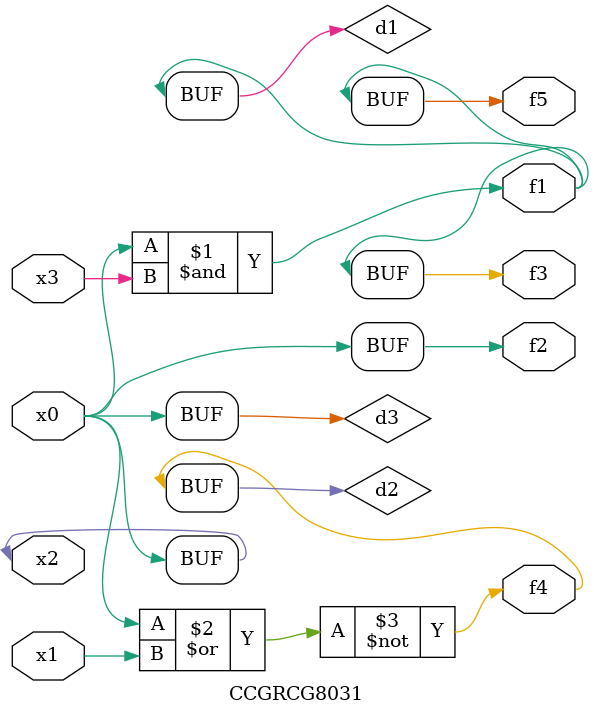
<source format=v>
module CCGRCG8031(
	input x0, x1, x2, x3,
	output f1, f2, f3, f4, f5
);

	wire d1, d2, d3;

	and (d1, x2, x3);
	nor (d2, x0, x1);
	buf (d3, x0, x2);
	assign f1 = d1;
	assign f2 = d3;
	assign f3 = d1;
	assign f4 = d2;
	assign f5 = d1;
endmodule

</source>
